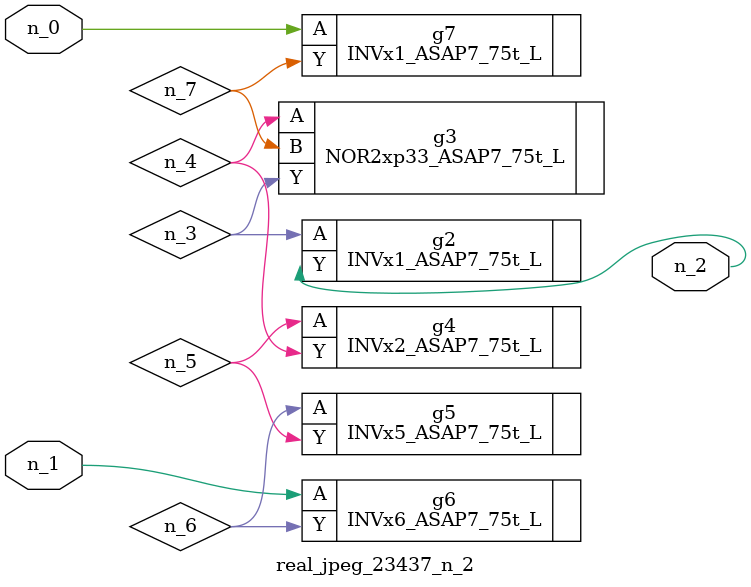
<source format=v>
module real_jpeg_23437_n_2 (n_1, n_0, n_2);

input n_1;
input n_0;

output n_2;

wire n_5;
wire n_4;
wire n_6;
wire n_7;
wire n_3;

INVx1_ASAP7_75t_L g7 ( 
.A(n_0),
.Y(n_7)
);

INVx6_ASAP7_75t_L g6 ( 
.A(n_1),
.Y(n_6)
);

INVx1_ASAP7_75t_L g2 ( 
.A(n_3),
.Y(n_2)
);

NOR2xp33_ASAP7_75t_L g3 ( 
.A(n_4),
.B(n_7),
.Y(n_3)
);

INVx2_ASAP7_75t_L g4 ( 
.A(n_5),
.Y(n_4)
);

INVx5_ASAP7_75t_L g5 ( 
.A(n_6),
.Y(n_5)
);


endmodule
</source>
